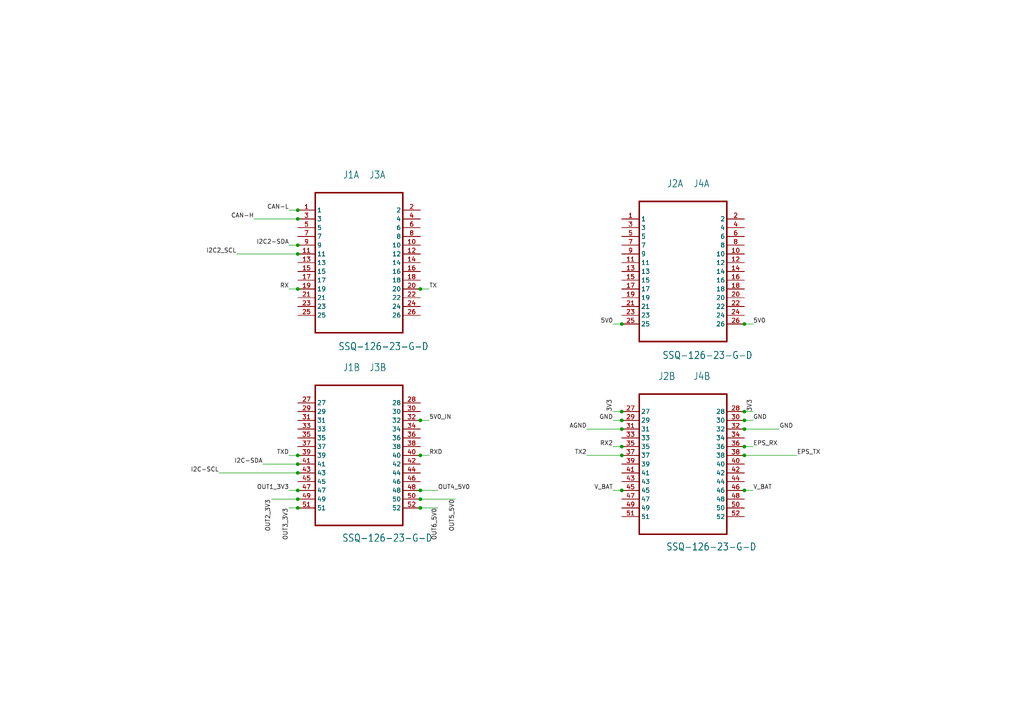
<source format=kicad_sch>
(kicad_sch (version 20230121) (generator eeschema)
  (paper "A4")
  (lib_symbols
    (symbol "StackBreakoutConnection_4layers_V1.0-eagle-import:SSQ-126-23-G-D"
      (property "Reference" "J" (at -4.7244 21.8186 0))
      (symbol "SSQ-126-23-G-D_1_0"
        (polyline (pts (xy -12.7 -22.86) (xy 12.7 -22.86)) (stroke (width 0.4064)))
        (polyline (pts (xy -12.7 17.78) (xy -12.7 -22.86)) (stroke (width 0.4064)))
        (polyline (pts (xy 12.7 -22.86) (xy 12.7 17.78)) (stroke (width 0.4064)))
        (polyline (pts (xy 12.7 17.78) (xy -12.7 17.78)) (stroke (width 0.4064)))
        (pin passive line (at -17.78 12.7 0) (length 5.08) (name "1") (number "1"))
        (pin passive line (at 17.78 2.54 180) (length 5.08) (name "10") (number "10"))
        (pin passive line (at -17.78 0 0) (length 5.08) (name "11") (number "11"))
        (pin passive line (at 17.78 0 180) (length 5.08) (name "12") (number "12"))
        (pin passive line (at -17.78 -2.54 0) (length 5.08) (name "13") (number "13"))
        (pin passive line (at 17.78 -2.54 180) (length 5.08) (name "14") (number "14"))
        (pin passive line (at -17.78 -5.08 0) (length 5.08) (name "15") (number "15"))
        (pin passive line (at 17.78 -5.08 180) (length 5.08) (name "16") (number "16"))
        (pin passive line (at -17.78 -7.62 0) (length 5.08) (name "17") (number "17"))
        (pin passive line (at 17.78 -7.62 180) (length 5.08) (name "18") (number "18"))
        (pin passive line (at -17.78 -10.16 0) (length 5.08) (name "19") (number "19"))
        (pin passive line (at 17.78 12.7 180) (length 5.08) (name "2") (number "2"))
        (pin passive line (at 17.78 -10.16 180) (length 5.08) (name "20") (number "20"))
        (pin passive line (at -17.78 -12.7 0) (length 5.08) (name "21") (number "21"))
        (pin passive line (at 17.78 -12.7 180) (length 5.08) (name "22") (number "22"))
        (pin passive line (at -17.78 -15.24 0) (length 5.08) (name "23") (number "23"))
        (pin passive line (at 17.78 -15.24 180) (length 5.08) (name "24") (number "24"))
        (pin passive line (at -17.78 -17.78 0) (length 5.08) (name "25") (number "25"))
        (pin passive line (at 17.78 -17.78 180) (length 5.08) (name "26") (number "26"))
        (pin passive line (at -17.78 10.16 0) (length 5.08) (name "3") (number "3"))
        (pin passive line (at 17.78 10.16 180) (length 5.08) (name "4") (number "4"))
        (pin passive line (at -17.78 7.62 0) (length 5.08) (name "5") (number "5"))
        (pin passive line (at 17.78 7.62 180) (length 5.08) (name "6") (number "6"))
        (pin passive line (at -17.78 5.08 0) (length 5.08) (name "7") (number "7"))
        (pin passive line (at 17.78 5.08 180) (length 5.08) (name "8") (number "8"))
        (pin passive line (at -17.78 2.54 0) (length 5.08) (name "9") (number "9"))
      )
      (symbol "SSQ-126-23-G-D_2_0"
        (polyline (pts (xy -12.7 -22.86) (xy 12.7 -22.86)) (stroke (width 0.4064)))
        (polyline (pts (xy -12.7 17.78) (xy -12.7 -22.86)) (stroke (width 0.4064)))
        (polyline (pts (xy 12.7 -22.86) (xy 12.7 17.78)) (stroke (width 0.4064)))
        (polyline (pts (xy 12.7 17.78) (xy -12.7 17.78)) (stroke (width 0.4064)))
        (pin passive line (at -17.78 12.7 0) (length 5.08) (name "27") (number "27"))
        (pin passive line (at 17.78 12.7 180) (length 5.08) (name "28") (number "28"))
        (pin passive line (at -17.78 10.16 0) (length 5.08) (name "29") (number "29"))
        (pin passive line (at 17.78 10.16 180) (length 5.08) (name "30") (number "30"))
        (pin passive line (at -17.78 7.62 0) (length 5.08) (name "31") (number "31"))
        (pin passive line (at 17.78 7.62 180) (length 5.08) (name "32") (number "32"))
        (pin passive line (at -17.78 5.08 0) (length 5.08) (name "33") (number "33"))
        (pin passive line (at 17.78 5.08 180) (length 5.08) (name "34") (number "34"))
        (pin passive line (at -17.78 2.54 0) (length 5.08) (name "35") (number "35"))
        (pin passive line (at 17.78 2.54 180) (length 5.08) (name "36") (number "36"))
        (pin passive line (at -17.78 0 0) (length 5.08) (name "37") (number "37"))
        (pin passive line (at 17.78 0 180) (length 5.08) (name "38") (number "38"))
        (pin passive line (at -17.78 -2.54 0) (length 5.08) (name "39") (number "39"))
        (pin passive line (at 17.78 -2.54 180) (length 5.08) (name "40") (number "40"))
        (pin passive line (at -17.78 -5.08 0) (length 5.08) (name "41") (number "41"))
        (pin passive line (at 17.78 -5.08 180) (length 5.08) (name "42") (number "42"))
        (pin passive line (at -17.78 -7.62 0) (length 5.08) (name "43") (number "43"))
        (pin passive line (at 17.78 -7.62 180) (length 5.08) (name "44") (number "44"))
        (pin passive line (at -17.78 -10.16 0) (length 5.08) (name "45") (number "45"))
        (pin passive line (at 17.78 -10.16 180) (length 5.08) (name "46") (number "46"))
        (pin passive line (at -17.78 -12.7 0) (length 5.08) (name "47") (number "47"))
        (pin passive line (at 17.78 -12.7 180) (length 5.08) (name "48") (number "48"))
        (pin passive line (at -17.78 -15.24 0) (length 5.08) (name "49") (number "49"))
        (pin passive line (at 17.78 -15.24 180) (length 5.08) (name "50") (number "50"))
        (pin passive line (at -17.78 -17.78 0) (length 5.08) (name "51") (number "51"))
        (pin passive line (at 17.78 -17.78 180) (length 5.08) (name "52") (number "52"))
      )
    )
  )
  (junction (at 86.36 63.5))
  (junction (at 215.9 129.54))
  (junction (at 121.92 121.92))
  (junction (at 180.34 142.24))
  (junction (at 86.36 144.78))
  (junction (at 215.9 119.38))
  (junction (at 215.9 93.98))
  (junction (at 86.36 60.96))
  (junction (at 215.9 124.46))
  (junction (at 86.36 73.66))
  (junction (at 121.92 83.82))
  (junction (at 180.34 119.38))
  (junction (at 180.34 129.54))
  (junction (at 86.36 137.16))
  (junction (at 121.92 132.08))
  (junction (at 86.36 147.32))
  (junction (at 86.36 132.08))
  (junction (at 215.9 142.24))
  (junction (at 121.92 142.24))
  (junction (at 180.34 124.46))
  (junction (at 86.36 142.24))
  (junction (at 180.34 121.92))
  (junction (at 86.36 134.62))
  (junction (at 121.92 147.32))
  (junction (at 180.34 132.08))
  (junction (at 86.36 83.82))
  (junction (at 215.9 132.08))
  (junction (at 86.36 71.12))
  (junction (at 121.92 144.78))
  (junction (at 180.34 93.98))
  (junction (at 215.9 121.92))
  (wire (pts (xy 215.9 121.92) (xy 218.44 121.92)) (stroke (width 0.1524)))
  (wire (pts (xy 180.34 132.08) (xy 170.18 132.08)) (stroke (width 0.1524)))
  (wire (pts (xy 86.36 73.66) (xy 68.58 73.66)) (stroke (width 0.1524)))
  (wire (pts (xy 86.36 83.82) (xy 83.82 83.82)) (stroke (width 0.1524)))
  (wire (pts (xy 86.36 63.5) (xy 73.66 63.5)) (stroke (width 0.1524)))
  (wire (pts (xy 86.36 142.24) (xy 83.82 142.24)) (stroke (width 0.1524)))
  (wire (pts (xy 121.92 142.24) (xy 127 142.24)) (stroke (width 0.1524)))
  (wire (pts (xy 215.9 129.54) (xy 218.44 129.54)) (stroke (width 0.1524)))
  (wire (pts (xy 121.92 147.32) (xy 127 147.32)) (stroke (width 0.1524)))
  (wire (pts (xy 180.34 142.24) (xy 177.8 142.24)) (stroke (width 0.1524)))
  (wire (pts (xy 86.36 134.62) (xy 76.2 134.62)) (stroke (width 0.1524)))
  (wire (pts (xy 180.34 129.54) (xy 177.8 129.54)) (stroke (width 0.1524)))
  (wire (pts (xy 121.92 144.78) (xy 132.08 144.78)) (stroke (width 0.1524)))
  (wire (pts (xy 180.34 119.38) (xy 177.8 119.38)) (stroke (width 0.1524)))
  (wire (pts (xy 86.36 132.08) (xy 83.82 132.08)) (stroke (width 0.1524)))
  (wire (pts (xy 86.36 144.78) (xy 78.74 144.78)) (stroke (width 0.1524)))
  (wire (pts (xy 121.92 132.08) (xy 124.46 132.08)) (stroke (width 0.1524)))
  (wire (pts (xy 121.92 121.92) (xy 124.46 121.92)) (stroke (width 0.1524)))
  (wire (pts (xy 180.34 121.92) (xy 177.8 121.92)) (stroke (width 0.1524)))
  (wire (pts (xy 86.36 71.12) (xy 83.82 71.12)) (stroke (width 0.1524)))
  (wire (pts (xy 86.36 137.16) (xy 63.5 137.16)) (stroke (width 0.1524)))
  (wire (pts (xy 86.36 60.96) (xy 83.82 60.96)) (stroke (width 0.1524)))
  (wire (pts (xy 180.34 124.46) (xy 170.18 124.46)) (stroke (width 0.1524)))
  (wire (pts (xy 121.92 83.82) (xy 124.46 83.82)) (stroke (width 0.1524)))
  (wire (pts (xy 215.9 93.98) (xy 218.44 93.98)) (stroke (width 0.1524)))
  (wire (pts (xy 86.36 147.32) (xy 83.82 147.32)) (stroke (width 0.1524)))
  (wire (pts (xy 180.34 93.98) (xy 177.8 93.98)) (stroke (width 0.1524)))
  (wire (pts (xy 215.9 142.24) (xy 218.44 142.24)) (stroke (width 0.1524)))
  (wire (pts (xy 215.9 119.38) (xy 218.44 119.38)) (stroke (width 0.1524)))
  (wire (pts (xy 215.9 132.08) (xy 231.14 132.08)) (stroke (width 0.1524)))
  (wire (pts (xy 215.9 124.46) (xy 226.06 124.46)) (stroke (width 0.1524)))
  (label "RX2" (at 177.8 129.54 180) (effects (font (size 1.2446 1.2446))))
  (label "GND" (at 177.8 121.92 180) (effects (font (size 1.2446 1.2446))))
  (label "5V0" (at 218.44 93.98 0) (effects (font (size 1.2446 1.2446))))
  (label "GND" (at 226.06 124.46 0) (effects (font (size 1.2446 1.2446))))
  (label "AGND" (at 170.18 124.46 180) (effects (font (size 1.2446 1.2446))))
  (label "3V3" (at 218.44 119.38 90) (effects (font (size 1.2446 1.2446))))
  (label "RX" (at 83.82 83.82 180) (effects (font (size 1.2446 1.2446))))
  (label "OUT3_3V3" (at 83.82 147.32 270) (effects (font (size 1.2446 1.2446))))
  (label "TXD" (at 83.82 132.08 180) (effects (font (size 1.2446 1.2446))))
  (label "I2C-SCL" (at 63.5 137.16 180) (effects (font (size 1.2446 1.2446))))
  (label "V_BAT" (at 218.44 142.24 0) (effects (font (size 1.2446 1.2446))))
  (label "OUT2_3V3" (at 78.74 144.78 270) (effects (font (size 1.2446 1.2446))))
  (label "3V3" (at 177.8 119.38 90) (effects (font (size 1.2446 1.2446))))
  (label "5V0_IN" (at 124.46 121.92 0) (effects (font (size 1.2446 1.2446))))
  (label "TX2" (at 170.18 132.08 180) (effects (font (size 1.2446 1.2446))))
  (label "EPS_RX" (at 218.44 129.54 0) (effects (font (size 1.2446 1.2446))))
  (label "V_BAT" (at 177.8 142.24 180) (effects (font (size 1.2446 1.2446))))
  (label "OUT6_5V0" (at 127 147.32 270) (effects (font (size 1.2446 1.2446))))
  (label "CAN-L" (at 83.82 60.96 180) (effects (font (size 1.2446 1.2446))))
  (label "OUT1_3V3" (at 83.82 142.24 180) (effects (font (size 1.2446 1.2446))))
  (label "EPS_TX" (at 231.14 132.08 0) (effects (font (size 1.2446 1.2446))))
  (label "5V0" (at 177.8 93.98 180) (effects (font (size 1.2446 1.2446))))
  (label "I2C2_SCL" (at 68.58 73.66 180) (effects (font (size 1.2446 1.2446))))
  (label "I2C2-SDA" (at 83.82 71.12 180) (effects (font (size 1.2446 1.2446))))
  (label "OUT4_5V0" (at 127 142.24 0) (effects (font (size 1.2446 1.2446))))
  (label "GND" (at 218.44 121.92 0) (effects (font (size 1.2446 1.2446))))
  (label "OUT5_5V0" (at 132.08 144.78 270) (effects (font (size 1.2446 1.2446))))
  (label "TX" (at 124.46 83.82 0) (effects (font (size 1.2446 1.2446))))
  (label "CAN-H" (at 73.66 63.5 180) (effects (font (size 1.2446 1.2446))))
  (label "RXD" (at 124.46 132.08 0) (effects (font (size 1.2446 1.2446))))
  (label "I2C-SDA" (at 76.2 134.62 180) (effects (font (size 1.2446 1.2446))))
  (symbol (lib_id "StackBreakoutConnection_4layers_V1.0-eagle-import:SSQ-126-23-G-D") (at 198.12 132.08 0) (unit 2)
    (property "Reference" "J2" (at 190.8556 110.2614 0) (effects (font (size 2.0828 1.7703)) (justify left bottom)))
    (property "Value" "SSQ-126-23-G-D" (at 193.167 159.7152 0) (effects (font (size 2.0828 1.7703)) (justify left bottom)))
    (property "Footprint" "StackBreakoutConnection_4layers_V1.0:SAMTEC_SSQ-126-23-G-D" (effects hide))
  )
  (symbol (lib_id "StackBreakoutConnection_4layers_V1.0-eagle-import:SSQ-126-23-G-D") (at 104.14 129.54 0) (unit 2)
    (property "Reference" "J1" (at 99.4156 107.7214 0) (effects (font (size 2.0828 1.7703)) (justify left bottom)))
    (property "Value" "SSQ-126-23-G-D" (at 99.187 157.1752 0) (effects (font (size 2.0828 1.7703)) (justify left bottom)))
    (property "Footprint" "StackBreakoutConnection_4layers_V1.0:SAMTEC_SSQ-126-23-G-D" (effects hide))
  )
  (symbol (lib_id "StackBreakoutConnection_4layers_V1.0-eagle-import:SSQ-126-23-G-D") (at 198.12 132.08 0) (unit 2)
    (property "Reference" "J4" (at 201.0156 110.2614 0) (effects (font (size 2.0828 1.7703)) (justify left bottom)))
    (property "Value" "SSQ-126-23-G-D" (at 193.167 159.7152 0) (effects (font (size 2.0828 1.7703)) (justify left bottom)))
    (property "Footprint" "StackBreakoutConnection_4layers_V1.0:SAMTEC_SSQ-126-23-G-D" (effects hide))
  )
  (symbol (lib_id "StackBreakoutConnection_4layers_V1.0-eagle-import:SSQ-126-23-G-D") (at 198.12 76.2 0) (unit 1)
    (property "Reference" "J2" (at 193.3956 54.3814 0) (effects (font (size 2.0828 1.7703)) (justify left bottom)))
    (property "Value" "SSQ-126-23-G-D" (at 192.0494 104.1654 0) (effects (font (size 2.0828 1.7703)) (justify left bottom)))
    (property "Footprint" "StackBreakoutConnection_4layers_V1.0:SAMTEC_SSQ-126-23-G-D" (effects hide))
  )
  (symbol (lib_id "StackBreakoutConnection_4layers_V1.0-eagle-import:SSQ-126-23-G-D") (at 104.14 73.66 0) (unit 1)
    (property "Reference" "J1" (at 99.4156 51.8414 0) (effects (font (size 2.0828 1.7703)) (justify left bottom)))
    (property "Value" "SSQ-126-23-G-D" (at 98.0694 101.6254 0) (effects (font (size 2.0828 1.7703)) (justify left bottom)))
    (property "Footprint" "StackBreakoutConnection_4layers_V1.0:SAMTEC_SSQ-126-23-G-D" (effects hide))
  )
  (symbol (lib_id "StackBreakoutConnection_4layers_V1.0-eagle-import:SSQ-126-23-G-D") (at 198.12 76.2 0) (unit 1)
    (property "Reference" "J4" (at 201.0156 54.3814 0) (effects (font (size 2.0828 1.7703)) (justify left bottom)))
    (property "Value" "SSQ-126-23-G-D" (at 192.0494 104.1654 0) (effects (font (size 2.0828 1.7703)) (justify left bottom)))
    (property "Footprint" "StackBreakoutConnection_4layers_V1.0:SAMTEC_SSQ-126-23-G-D" (effects hide))
  )
  (symbol (lib_id "StackBreakoutConnection_4layers_V1.0-eagle-import:SSQ-126-23-G-D") (at 104.14 129.54 0) (unit 2)
    (property "Reference" "J3" (at 107.0356 107.7214 0) (effects (font (size 2.0828 1.7703)) (justify left bottom)))
    (property "Value" "SSQ-126-23-G-D" (at 99.187 157.1752 0) (effects (font (size 2.0828 1.7703)) (justify left bottom)))
    (property "Footprint" "StackBreakoutConnection_4layers_V1.0:SAMTEC_SSQ-126-23-G-D" (effects hide))
  )
  (symbol (lib_id "StackBreakoutConnection_4layers_V1.0-eagle-import:SSQ-126-23-G-D") (at 104.14 73.66 0) (unit 1)
    (property "Reference" "J3" (at 107.0356 51.8414 0) (effects (font (size 2.0828 1.7703)) (justify left bottom)))
    (property "Value" "SSQ-126-23-G-D" (at 98.0694 101.6254 0) (effects (font (size 2.0828 1.7703)) (justify left bottom)))
    (property "Footprint" "StackBreakoutConnection_4layers_V1.0:SAMTEC_SSQ-126-23-G-D" (effects hide))
  )
)
</source>
